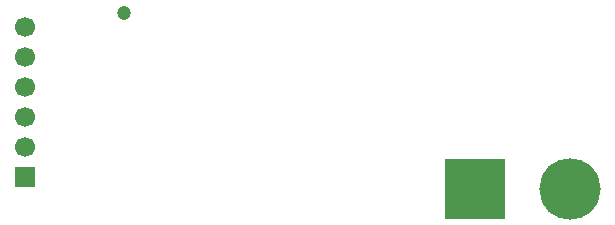
<source format=gbs>
G04 #@! TF.GenerationSoftware,KiCad,Pcbnew,(2017-02-02 revision 8dadc18)-makepkg*
G04 #@! TF.CreationDate,2017-11-18T17:45:44+03:00*
G04 #@! TF.ProjectId,BmstuAnchor,426D737475416E63686F722E6B696361,rev?*
G04 #@! TF.FileFunction,Soldermask,Bot*
G04 #@! TF.FilePolarity,Negative*
%FSLAX46Y46*%
G04 Gerber Fmt 4.6, Leading zero omitted, Abs format (unit mm)*
G04 Created by KiCad (PCBNEW (2017-02-02 revision 8dadc18)-makepkg) date 11/18/17 17:45:44*
%MOMM*%
%LPD*%
G01*
G04 APERTURE LIST*
%ADD10C,0.100000*%
%ADD11R,5.200000X5.200000*%
%ADD12C,5.200000*%
%ADD13R,1.700000X1.700000*%
%ADD14C,1.700000*%
%ADD15C,1.200000*%
G04 APERTURE END LIST*
D10*
D11*
X142659600Y-146826400D03*
D12*
X150659600Y-146826400D03*
X150659600Y-146826400D03*
D11*
X142659600Y-146826400D03*
X142659600Y-146826400D03*
D12*
X150659600Y-146826400D03*
X150659600Y-146826400D03*
D11*
X142659600Y-146826400D03*
D13*
X104500000Y-145780100D03*
D14*
X104500000Y-143240100D03*
X104500000Y-140700100D03*
X104500000Y-138160100D03*
X104500000Y-135620100D03*
X104500000Y-133080100D03*
D15*
X112900200Y-131891400D03*
M02*

</source>
